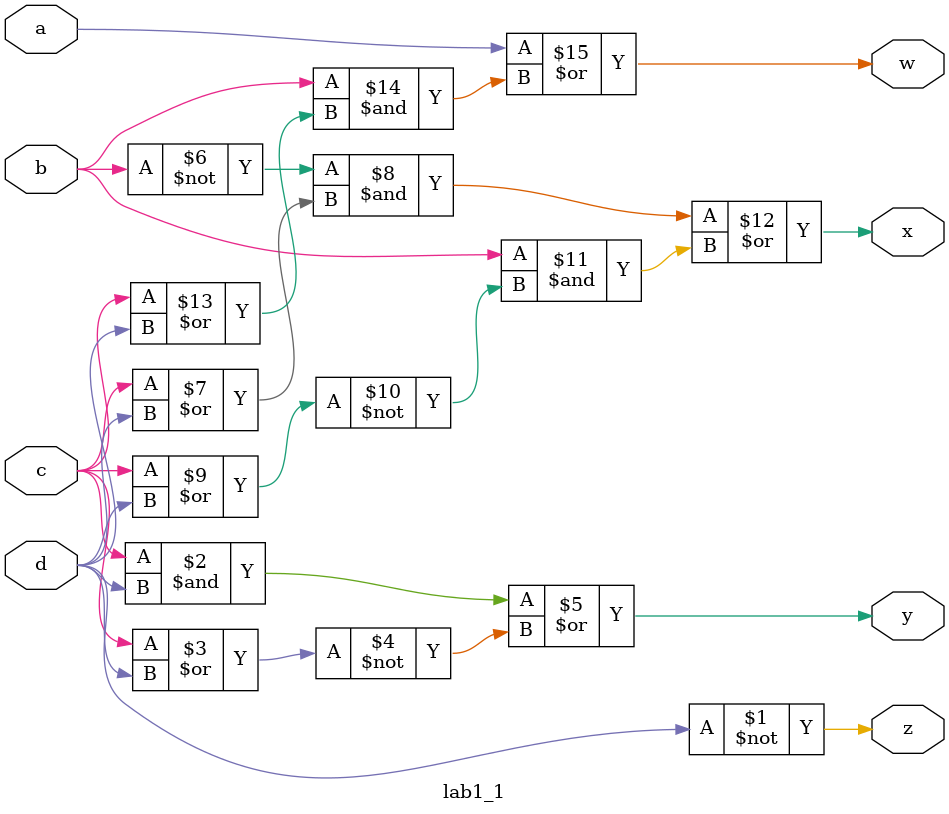
<source format=v>
`timescale 1ns / 1ps


module lab1_1(w, x, y, z, a, b, c, d);

output w, x, y, z;
input a, b, c, d;

assign z = ~d;
assign y = (c&d)|(~(c|d));
assign x = ((~b&(c|d))|(b&(~(c|d))));
assign w = (a | (b&(c|d)));

endmodule

</source>
